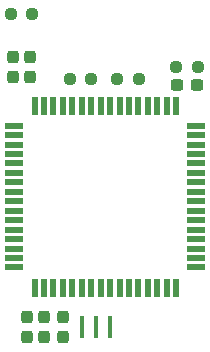
<source format=gtp>
G04 #@! TF.GenerationSoftware,KiCad,Pcbnew,8.0.3*
G04 #@! TF.CreationDate,2024-06-18T14:47:19-04:00*
G04 #@! TF.ProjectId,SoarerMax,536f6172-6572-44d6-9178-2e6b69636164,rev?*
G04 #@! TF.SameCoordinates,Original*
G04 #@! TF.FileFunction,Paste,Top*
G04 #@! TF.FilePolarity,Positive*
%FSLAX46Y46*%
G04 Gerber Fmt 4.6, Leading zero omitted, Abs format (unit mm)*
G04 Created by KiCad (PCBNEW 8.0.3) date 2024-06-18 14:47:19*
%MOMM*%
%LPD*%
G01*
G04 APERTURE LIST*
G04 Aperture macros list*
%AMRoundRect*
0 Rectangle with rounded corners*
0 $1 Rounding radius*
0 $2 $3 $4 $5 $6 $7 $8 $9 X,Y pos of 4 corners*
0 Add a 4 corners polygon primitive as box body*
4,1,4,$2,$3,$4,$5,$6,$7,$8,$9,$2,$3,0*
0 Add four circle primitives for the rounded corners*
1,1,$1+$1,$2,$3*
1,1,$1+$1,$4,$5*
1,1,$1+$1,$6,$7*
1,1,$1+$1,$8,$9*
0 Add four rect primitives between the rounded corners*
20,1,$1+$1,$2,$3,$4,$5,0*
20,1,$1+$1,$4,$5,$6,$7,0*
20,1,$1+$1,$6,$7,$8,$9,0*
20,1,$1+$1,$8,$9,$2,$3,0*%
G04 Aperture macros list end*
%ADD10RoundRect,0.237500X0.250000X0.237500X-0.250000X0.237500X-0.250000X-0.237500X0.250000X-0.237500X0*%
%ADD11RoundRect,0.237500X0.300000X0.237500X-0.300000X0.237500X-0.300000X-0.237500X0.300000X-0.237500X0*%
%ADD12R,0.400000X1.900000*%
%ADD13RoundRect,0.237500X-0.237500X0.300000X-0.237500X-0.300000X0.237500X-0.300000X0.237500X0.300000X0*%
%ADD14RoundRect,0.237500X0.237500X-0.300000X0.237500X0.300000X-0.237500X0.300000X-0.237500X-0.300000X0*%
%ADD15R,1.500000X0.550000*%
%ADD16R,0.550000X1.500000*%
%ADD17RoundRect,0.237500X-0.250000X-0.237500X0.250000X-0.237500X0.250000X0.237500X-0.250000X0.237500X0*%
G04 APERTURE END LIST*
D10*
X147912500Y-89000000D03*
X146087500Y-89000000D03*
X142912500Y-83500000D03*
X141087500Y-83500000D03*
D11*
X156862500Y-89500000D03*
X155137500Y-89500000D03*
D12*
X149500000Y-110000000D03*
X148300000Y-110000000D03*
X147100000Y-110000000D03*
D13*
X142750000Y-87137500D03*
X142750000Y-88862500D03*
D14*
X145500000Y-110862500D03*
X145500000Y-109137500D03*
X143890000Y-110862500D03*
X143890000Y-109137500D03*
D15*
X141400000Y-92950000D03*
X141400000Y-93750000D03*
X141400000Y-94550000D03*
X141400000Y-95350000D03*
X141400000Y-96150000D03*
X141400000Y-96950000D03*
X141400000Y-97750000D03*
X141400000Y-98550000D03*
X141400000Y-99350000D03*
X141400000Y-100150000D03*
X141400000Y-100950000D03*
X141400000Y-101750000D03*
X141400000Y-102550000D03*
X141400000Y-103350000D03*
X141400000Y-104150000D03*
X141400000Y-104950000D03*
D16*
X143100000Y-106650000D03*
X143900000Y-106650000D03*
X144700000Y-106650000D03*
X145500000Y-106650000D03*
X146300000Y-106650000D03*
X147100000Y-106650000D03*
X147900000Y-106650000D03*
X148700000Y-106650000D03*
X149500000Y-106650000D03*
X150300000Y-106650000D03*
X151100000Y-106650000D03*
X151900000Y-106650000D03*
X152700000Y-106650000D03*
X153500000Y-106650000D03*
X154300000Y-106650000D03*
X155100000Y-106650000D03*
D15*
X156800000Y-104950000D03*
X156800000Y-104150000D03*
X156800000Y-103350000D03*
X156800000Y-102550000D03*
X156800000Y-101750000D03*
X156800000Y-100950000D03*
X156800000Y-100150000D03*
X156800000Y-99350000D03*
X156800000Y-98550000D03*
X156800000Y-97750000D03*
X156800000Y-96950000D03*
X156800000Y-96150000D03*
X156800000Y-95350000D03*
X156800000Y-94550000D03*
X156800000Y-93750000D03*
X156800000Y-92950000D03*
D16*
X155100000Y-91250000D03*
X154300000Y-91250000D03*
X153500000Y-91250000D03*
X152700000Y-91250000D03*
X151900000Y-91250000D03*
X151100000Y-91250000D03*
X150300000Y-91250000D03*
X149500000Y-91250000D03*
X148700000Y-91250000D03*
X147900000Y-91250000D03*
X147100000Y-91250000D03*
X146300000Y-91250000D03*
X145500000Y-91250000D03*
X144700000Y-91250000D03*
X143900000Y-91250000D03*
X143100000Y-91250000D03*
D14*
X142500000Y-110862500D03*
X142500000Y-109137500D03*
D17*
X155087500Y-88000000D03*
X156912500Y-88000000D03*
D13*
X141250000Y-87137500D03*
X141250000Y-88862500D03*
D10*
X151912500Y-89000000D03*
X150087500Y-89000000D03*
M02*

</source>
